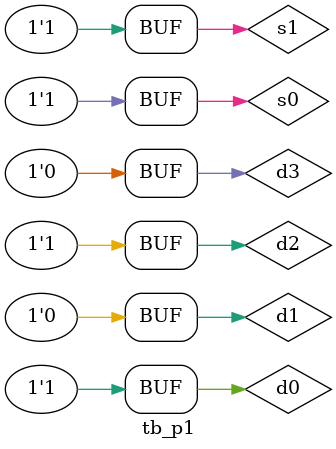
<source format=v>
module tb_p1();
    
    // Registers to assign inputs, Wire for output
    reg d3,d2,d1,d0,s1,s0;
    wire z;

    // Instantiate module p1 with above variables
    p1 UUT (z,d3,d2,d1,d0,s1,s0);

    // All Test Cases
    initial begin
        d0 = 1'b0;
        d1 = 1'b1;
        d2 = 1'b0;
        d3 = 1'b1;

        s1 = 1'b0;
        s0 = 1'b0;
        #10;
        s1 = 1'b0;
        s0 = 1'b0;
        d0 = 1;
        #10;
        
        s1 = 1'b0;
        s0 = 1'b1;
        #10;
        s1 = 1'b0;
        s0 = 1'b1;
        d1 = 0;
        #10;
        
        s1 = 1'b1;
        s0 = 1'b0;
        #10;
        s1 = 1'b1;
        s0 = 1'b0;
        d2 = 1;
        #10;
        
        s1 = 1'b1;
        s0 = 1'b1;
        #10;
        s1 = 1'b1;
        s0 = 1'b1;
        d3 = 0;
    end

    // print test cases with respective outputs
    initial begin
        $monitor("d3=%b d2=%b d1=%b d0=%b s1=%b s0=%b z=%b",d3,d2,d1,d0,s1,s0,z);
    end
endmodule
</source>
